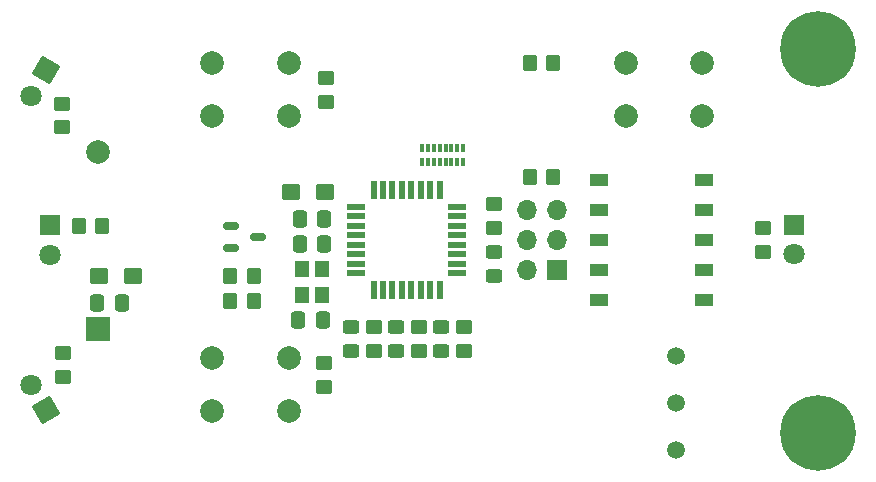
<source format=gts>
G04 #@! TF.GenerationSoftware,KiCad,Pcbnew,8.0.2*
G04 #@! TF.CreationDate,2024-06-09T12:52:48+02:00*
G04 #@! TF.ProjectId,Remote,52656d6f-7465-42e6-9b69-6361645f7063,rev?*
G04 #@! TF.SameCoordinates,Original*
G04 #@! TF.FileFunction,Soldermask,Top*
G04 #@! TF.FilePolarity,Negative*
%FSLAX46Y46*%
G04 Gerber Fmt 4.6, Leading zero omitted, Abs format (unit mm)*
G04 Created by KiCad (PCBNEW 8.0.2) date 2024-06-09 12:52:48*
%MOMM*%
%LPD*%
G01*
G04 APERTURE LIST*
G04 Aperture macros list*
%AMRoundRect*
0 Rectangle with rounded corners*
0 $1 Rounding radius*
0 $2 $3 $4 $5 $6 $7 $8 $9 X,Y pos of 4 corners*
0 Add a 4 corners polygon primitive as box body*
4,1,4,$2,$3,$4,$5,$6,$7,$8,$9,$2,$3,0*
0 Add four circle primitives for the rounded corners*
1,1,$1+$1,$2,$3*
1,1,$1+$1,$4,$5*
1,1,$1+$1,$6,$7*
1,1,$1+$1,$8,$9*
0 Add four rect primitives between the rounded corners*
20,1,$1+$1,$2,$3,$4,$5,0*
20,1,$1+$1,$4,$5,$6,$7,0*
20,1,$1+$1,$6,$7,$8,$9,0*
20,1,$1+$1,$8,$9,$2,$3,0*%
%AMRotRect*
0 Rectangle, with rotation*
0 The origin of the aperture is its center*
0 $1 length*
0 $2 width*
0 $3 Rotation angle, in degrees counterclockwise*
0 Add horizontal line*
21,1,$1,$2,0,0,$3*%
G04 Aperture macros list end*
%ADD10RoundRect,0.250000X-0.450000X0.350000X-0.450000X-0.350000X0.450000X-0.350000X0.450000X0.350000X0*%
%ADD11RoundRect,0.250000X0.350000X0.450000X-0.350000X0.450000X-0.350000X-0.450000X0.350000X-0.450000X0*%
%ADD12R,1.700000X1.700000*%
%ADD13O,1.700000X1.700000*%
%ADD14C,1.500000*%
%ADD15RoundRect,0.250000X0.450000X-0.325000X0.450000X0.325000X-0.450000X0.325000X-0.450000X-0.325000X0*%
%ADD16RoundRect,0.250000X-0.350000X-0.450000X0.350000X-0.450000X0.350000X0.450000X-0.350000X0.450000X0*%
%ADD17R,1.200000X1.400000*%
%ADD18RoundRect,0.250000X0.450000X-0.350000X0.450000X0.350000X-0.450000X0.350000X-0.450000X-0.350000X0*%
%ADD19C,0.800000*%
%ADD20C,6.400000*%
%ADD21RotRect,1.800000X1.800000X240.000000*%
%ADD22C,1.800000*%
%ADD23RotRect,1.800000X1.800000X300.000000*%
%ADD24C,2.000000*%
%ADD25R,1.800000X1.800000*%
%ADD26RoundRect,0.250000X0.337500X0.475000X-0.337500X0.475000X-0.337500X-0.475000X0.337500X-0.475000X0*%
%ADD27RoundRect,0.250000X-0.337500X-0.475000X0.337500X-0.475000X0.337500X0.475000X-0.337500X0.475000X0*%
%ADD28R,1.600000X0.550000*%
%ADD29R,0.550000X1.600000*%
%ADD30RoundRect,0.150000X-0.512500X-0.150000X0.512500X-0.150000X0.512500X0.150000X-0.512500X0.150000X0*%
%ADD31RoundRect,0.250000X-0.537500X-0.425000X0.537500X-0.425000X0.537500X0.425000X-0.537500X0.425000X0*%
%ADD32R,0.300000X0.650000*%
%ADD33RoundRect,0.250000X0.537500X0.425000X-0.537500X0.425000X-0.537500X-0.425000X0.537500X-0.425000X0*%
%ADD34R,1.500000X1.100000*%
%ADD35R,2.000000X2.000000*%
G04 APERTURE END LIST*
D10*
X143845000Y-74176000D03*
X143845000Y-76176000D03*
D11*
X100745000Y-80367000D03*
X98745000Y-80367000D03*
D10*
X121066000Y-72128000D03*
X121066000Y-74128000D03*
D12*
X126405000Y-77685000D03*
D13*
X123865000Y-77685000D03*
X126405000Y-75145000D03*
X123865000Y-75145000D03*
X126405000Y-72605000D03*
X123865000Y-72605000D03*
D14*
X136495000Y-84984000D03*
D15*
X109006000Y-84567000D03*
X109006000Y-82517000D03*
D16*
X124135000Y-60174000D03*
X126135000Y-60174000D03*
D10*
X118531000Y-82542000D03*
X118531000Y-84542000D03*
D11*
X87945000Y-73976000D03*
X85945000Y-73976000D03*
D17*
X104854000Y-77616000D03*
X104854000Y-79816000D03*
X106554000Y-79816000D03*
X106554000Y-77616000D03*
D18*
X84545000Y-65619000D03*
X84545000Y-63619000D03*
D10*
X84622000Y-84776000D03*
X84622000Y-86776000D03*
D19*
X146095000Y-58984000D03*
X146797944Y-57286944D03*
X146797944Y-60681056D03*
X148495000Y-56584000D03*
D20*
X148495000Y-58984000D03*
D19*
X148495000Y-61384000D03*
X150192056Y-57286944D03*
X150192056Y-60681056D03*
X150895000Y-58984000D03*
D10*
X114721000Y-82542000D03*
X114721000Y-84542000D03*
D21*
X83215000Y-60743469D03*
D22*
X81945000Y-62943174D03*
D14*
X136495000Y-92984000D03*
X136495000Y-88984000D03*
D19*
X146095000Y-91484000D03*
X146797944Y-89786944D03*
X146797944Y-93181056D03*
X148495000Y-89084000D03*
D20*
X148495000Y-91484000D03*
D19*
X148495000Y-93884000D03*
X150192056Y-89786944D03*
X150192056Y-93181056D03*
X150895000Y-91484000D03*
D15*
X121066000Y-78201000D03*
X121066000Y-76151000D03*
D23*
X83195001Y-89591064D03*
D22*
X81945000Y-87426000D03*
D24*
X132245000Y-60176000D03*
X138745000Y-60176000D03*
X132245000Y-64676000D03*
X138745000Y-64676000D03*
D11*
X100745000Y-78208000D03*
X98745000Y-78208000D03*
D10*
X106745000Y-85576000D03*
X106745000Y-87576000D03*
D25*
X83545000Y-73926000D03*
D22*
X83545000Y-76466000D03*
D24*
X97245000Y-85176000D03*
X103745000Y-85176000D03*
X97245000Y-89676000D03*
X103745000Y-89676000D03*
D26*
X106741500Y-73382000D03*
X104666500Y-73382000D03*
D27*
X104539500Y-81916400D03*
X106614500Y-81916400D03*
D15*
X116626000Y-84567000D03*
X116626000Y-82517000D03*
D24*
X97245000Y-60176000D03*
X103745000Y-60176000D03*
X97245000Y-64676000D03*
X103745000Y-64676000D03*
D28*
X109455000Y-72360000D03*
X109455000Y-73160000D03*
X109455000Y-73960000D03*
X109455000Y-74760000D03*
X109455000Y-75560000D03*
X109455000Y-76360000D03*
X109455000Y-77160000D03*
X109455000Y-77960000D03*
D29*
X110905000Y-79410000D03*
X111705000Y-79410000D03*
X112505000Y-79410000D03*
X113305000Y-79410000D03*
X114105000Y-79410000D03*
X114905000Y-79410000D03*
X115705000Y-79410000D03*
X116505000Y-79410000D03*
D28*
X117955000Y-77960000D03*
X117955000Y-77160000D03*
X117955000Y-76360000D03*
X117955000Y-75560000D03*
X117955000Y-74760000D03*
X117955000Y-73960000D03*
X117955000Y-73160000D03*
X117955000Y-72360000D03*
D29*
X116505000Y-70910000D03*
X115705000Y-70910000D03*
X114905000Y-70910000D03*
X114105000Y-70910000D03*
X113305000Y-70910000D03*
X112505000Y-70910000D03*
X111705000Y-70910000D03*
X110905000Y-70910000D03*
D30*
X98807500Y-73956000D03*
X98807500Y-75856000D03*
X101082500Y-74906000D03*
D11*
X126135000Y-69826000D03*
X124135000Y-69826000D03*
D31*
X87629500Y-78208000D03*
X90504500Y-78208000D03*
D26*
X106741500Y-75541000D03*
X104666500Y-75541000D03*
D32*
X115003000Y-68526000D03*
X115503000Y-68526000D03*
X116003000Y-68526000D03*
X116503000Y-68526000D03*
X117003000Y-68526000D03*
X117503000Y-68526000D03*
X118003000Y-68526000D03*
X118503000Y-68526000D03*
X118503000Y-67376000D03*
X118003000Y-67376000D03*
X117503000Y-67376000D03*
X117003000Y-67376000D03*
X116503000Y-67376000D03*
X116003000Y-67376000D03*
X115503000Y-67376000D03*
X115003000Y-67376000D03*
D33*
X106760500Y-71096000D03*
X103885500Y-71096000D03*
D34*
X138856000Y-80240000D03*
X129956000Y-80240000D03*
X138856000Y-77700000D03*
X129956000Y-77700000D03*
X138856000Y-75160000D03*
X129956000Y-75160000D03*
X138856000Y-72620000D03*
X129956000Y-72620000D03*
X138856000Y-70080000D03*
X129956000Y-70080000D03*
D27*
X87521500Y-80494000D03*
X89596500Y-80494000D03*
D10*
X110911000Y-82542000D03*
X110911000Y-84542000D03*
D15*
X112816000Y-84567000D03*
X112816000Y-82517000D03*
D18*
X106847000Y-63460000D03*
X106847000Y-61460000D03*
D25*
X146545000Y-73890000D03*
D22*
X146545000Y-76390000D03*
D35*
X87580000Y-82671000D03*
D24*
X87580000Y-67681000D03*
M02*

</source>
